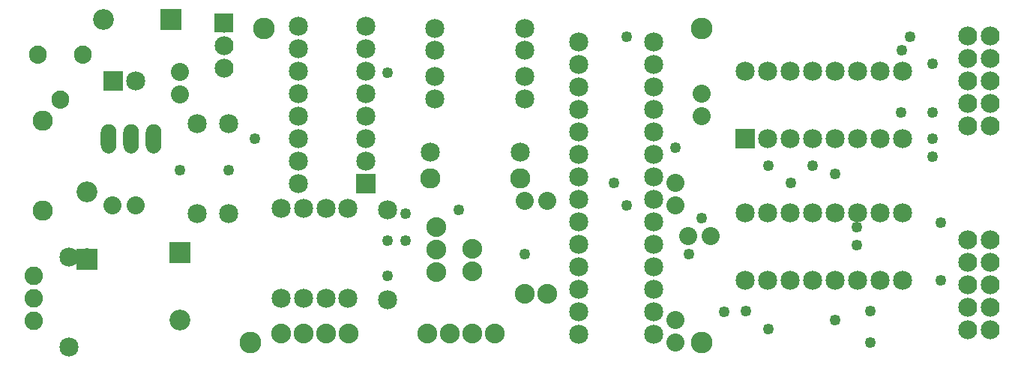
<source format=gts>
G04 MADE WITH FRITZING*
G04 WWW.FRITZING.ORG*
G04 DOUBLE SIDED*
G04 HOLES PLATED*
G04 CONTOUR ON CENTER OF CONTOUR VECTOR*
%ASAXBY*%
%FSLAX23Y23*%
%MOIN*%
%OFA0B0*%
%SFA1.0B1.0*%
%ADD10C,0.049370*%
%ADD11C,0.080000*%
%ADD12C,0.088000*%
%ADD13C,0.085000*%
%ADD14C,0.084000*%
%ADD15C,0.092000*%
%ADD16C,0.070000*%
%ADD17C,0.090000*%
%ADD18C,0.081889*%
%ADD19C,0.081917*%
%ADD20C,0.096614*%
%ADD21R,0.085000X0.085000*%
%ADD22R,0.010150X0.010150*%
%ADD23R,0.092000X0.092000*%
%ADD24C,0.030000*%
%ADD25R,0.001000X0.001000*%
%LNMASK1*%
G90*
G70*
G54D10*
X1686Y1277D03*
X2296Y470D03*
X1095Y982D03*
X977Y844D03*
X760Y844D03*
X3674Y825D03*
X2749Y1435D03*
X2749Y687D03*
X3182Y214D03*
X3083Y628D03*
X3477Y785D03*
X2965Y943D03*
X3379Y136D03*
X3674Y175D03*
X1764Y648D03*
X1764Y529D03*
X1686Y529D03*
X3969Y1100D03*
X3024Y470D03*
X2001Y667D03*
X2690Y785D03*
X1686Y372D03*
X4107Y1317D03*
G54D11*
X3022Y549D03*
X3123Y549D03*
X3083Y1081D03*
X3083Y1181D03*
G54D12*
X1512Y116D03*
X1412Y116D03*
X1312Y116D03*
X1212Y116D03*
X2396Y293D03*
X2296Y293D03*
X2060Y492D03*
X2060Y392D03*
X1902Y588D03*
X1902Y488D03*
X1902Y388D03*
G54D13*
X1876Y923D03*
X2276Y923D03*
X977Y1048D03*
X977Y648D03*
G54D12*
X1860Y116D03*
X1960Y116D03*
X2060Y116D03*
X2160Y116D03*
G54D13*
X2867Y113D03*
X2867Y213D03*
X2867Y313D03*
X2867Y413D03*
X2867Y513D03*
X2867Y613D03*
X2867Y713D03*
X2867Y813D03*
X2867Y913D03*
X2867Y1013D03*
X2867Y1113D03*
X2867Y1213D03*
X2867Y1313D03*
X2534Y1413D03*
X2534Y1313D03*
X2534Y1213D03*
X2534Y1113D03*
X2534Y1013D03*
X2534Y913D03*
X2534Y813D03*
X2534Y713D03*
X2534Y613D03*
X2534Y513D03*
X2534Y413D03*
X2534Y313D03*
X2534Y213D03*
X2534Y113D03*
X2867Y1413D03*
X2867Y113D03*
X2867Y213D03*
X2867Y313D03*
X2867Y413D03*
X2867Y513D03*
X2867Y613D03*
X2867Y713D03*
X2867Y813D03*
X2867Y913D03*
X2867Y1013D03*
X2867Y1113D03*
X2867Y1213D03*
X2867Y1313D03*
X2534Y1413D03*
X2534Y1313D03*
X2534Y1213D03*
X2534Y1113D03*
X2534Y1013D03*
X2534Y913D03*
X2534Y813D03*
X2534Y713D03*
X2534Y613D03*
X2534Y513D03*
X2534Y413D03*
X2534Y313D03*
X2534Y213D03*
X2534Y113D03*
X2867Y1413D03*
G54D14*
X957Y1497D03*
X957Y1397D03*
X957Y1297D03*
X957Y1497D03*
X957Y1397D03*
X957Y1297D03*
G54D13*
X1587Y781D03*
X1287Y781D03*
X1587Y881D03*
X1287Y881D03*
X1587Y981D03*
X1287Y981D03*
X1587Y1081D03*
X1287Y1081D03*
X1587Y1181D03*
X1287Y1181D03*
X1587Y1281D03*
X1287Y1281D03*
X1587Y1381D03*
X1287Y1381D03*
X1587Y1481D03*
X1287Y1481D03*
X3274Y352D03*
X3274Y652D03*
X3374Y352D03*
X3374Y652D03*
X3474Y352D03*
X3474Y652D03*
X3574Y352D03*
X3574Y652D03*
X3674Y352D03*
X3674Y652D03*
X3774Y352D03*
X3774Y652D03*
X3874Y352D03*
X3874Y652D03*
X3974Y352D03*
X3974Y652D03*
X3274Y982D03*
X3274Y1282D03*
X3374Y982D03*
X3374Y1282D03*
X3474Y982D03*
X3474Y1282D03*
X3574Y982D03*
X3574Y1282D03*
X3674Y982D03*
X3674Y1282D03*
X3774Y982D03*
X3774Y1282D03*
X3874Y982D03*
X3874Y1282D03*
X3974Y982D03*
X3974Y1282D03*
G54D15*
X721Y1514D03*
X423Y1514D03*
G54D16*
X646Y982D03*
X546Y982D03*
X446Y982D03*
X646Y982D03*
X546Y982D03*
X446Y982D03*
G54D13*
X464Y1238D03*
X564Y1238D03*
G54D11*
X760Y1279D03*
X760Y1179D03*
G54D13*
X1213Y674D03*
X1213Y274D03*
X1312Y674D03*
X1312Y274D03*
X1410Y674D03*
X1410Y274D03*
X1508Y674D03*
X1508Y274D03*
X2296Y1159D03*
X1896Y1159D03*
X2296Y1258D03*
X1896Y1258D03*
X2296Y1376D03*
X1896Y1376D03*
X2296Y1474D03*
X1896Y1474D03*
G54D17*
X150Y1061D03*
X150Y661D03*
G54D13*
X839Y1048D03*
X839Y648D03*
G54D11*
X463Y687D03*
X564Y687D03*
G54D15*
X347Y448D03*
X347Y746D03*
G54D17*
X2276Y805D03*
X1876Y805D03*
G54D11*
X2396Y707D03*
X2296Y707D03*
X2965Y687D03*
X2965Y787D03*
G54D13*
X1686Y667D03*
X1686Y267D03*
G54D11*
X2965Y175D03*
X2965Y75D03*
G54D13*
X268Y457D03*
X268Y57D03*
G54D18*
X111Y172D03*
X111Y272D03*
G54D19*
X111Y372D03*
G54D14*
X4264Y533D03*
X4364Y533D03*
X4264Y433D03*
X4364Y433D03*
X4264Y333D03*
X4364Y333D03*
X4264Y233D03*
X4364Y233D03*
X4264Y133D03*
X4364Y133D03*
X4264Y533D03*
X4364Y533D03*
X4264Y433D03*
X4364Y433D03*
X4264Y333D03*
X4364Y333D03*
X4264Y233D03*
X4364Y233D03*
X4264Y133D03*
X4364Y133D03*
X4264Y1438D03*
X4364Y1438D03*
X4264Y1338D03*
X4364Y1338D03*
X4264Y1238D03*
X4364Y1238D03*
X4264Y1138D03*
X4364Y1138D03*
X4264Y1038D03*
X4364Y1038D03*
X4264Y1438D03*
X4364Y1438D03*
X4264Y1338D03*
X4364Y1338D03*
X4264Y1238D03*
X4364Y1238D03*
X4264Y1138D03*
X4364Y1138D03*
X4264Y1038D03*
X4364Y1038D03*
G54D10*
X4107Y982D03*
X4107Y1100D03*
X4008Y1435D03*
X4107Y903D03*
X3970Y1377D03*
X3379Y864D03*
X3575Y864D03*
X3279Y215D03*
X3831Y215D03*
X3831Y76D03*
X3772Y589D03*
X3772Y510D03*
X4146Y608D03*
X4146Y353D03*
G54D15*
X760Y475D03*
X760Y175D03*
G54D20*
X1075Y77D03*
X3083Y1474D03*
X1134Y1474D03*
X3083Y77D03*
G54D21*
X1587Y781D03*
G54D22*
X1287Y1080D03*
X1287Y1181D03*
X3573Y652D03*
G54D21*
X3274Y982D03*
G54D22*
X3573Y1282D03*
G54D23*
X722Y1514D03*
G54D21*
X464Y1238D03*
G54D23*
X347Y447D03*
X760Y475D03*
G54D24*
G36*
X3246Y380D02*
X3301Y380D01*
X3301Y325D01*
X3246Y325D01*
X3246Y380D01*
G37*
D02*
G54D25*
X915Y1539D02*
X998Y1539D01*
X915Y1538D02*
X998Y1538D01*
X915Y1537D02*
X998Y1537D01*
X915Y1536D02*
X998Y1536D01*
X915Y1535D02*
X998Y1535D01*
X915Y1534D02*
X998Y1534D01*
X915Y1533D02*
X998Y1533D01*
X915Y1532D02*
X998Y1532D01*
X915Y1531D02*
X998Y1531D01*
X915Y1530D02*
X998Y1530D01*
X915Y1529D02*
X998Y1529D01*
X915Y1528D02*
X998Y1528D01*
X915Y1527D02*
X998Y1527D01*
X915Y1526D02*
X998Y1526D01*
X915Y1525D02*
X998Y1525D01*
X915Y1524D02*
X998Y1524D01*
X915Y1523D02*
X998Y1523D01*
X915Y1522D02*
X998Y1522D01*
X915Y1521D02*
X998Y1521D01*
X915Y1520D02*
X998Y1520D01*
X915Y1519D02*
X998Y1519D01*
X915Y1518D02*
X998Y1518D01*
X915Y1517D02*
X998Y1517D01*
X915Y1516D02*
X998Y1516D01*
X915Y1515D02*
X998Y1515D01*
X915Y1514D02*
X998Y1514D01*
X915Y1513D02*
X998Y1513D01*
X915Y1512D02*
X998Y1512D01*
X915Y1511D02*
X951Y1511D01*
X962Y1511D02*
X998Y1511D01*
X915Y1510D02*
X949Y1510D01*
X964Y1510D02*
X998Y1510D01*
X915Y1509D02*
X947Y1509D01*
X966Y1509D02*
X998Y1509D01*
X915Y1508D02*
X946Y1508D01*
X967Y1508D02*
X998Y1508D01*
X915Y1507D02*
X945Y1507D01*
X968Y1507D02*
X998Y1507D01*
X915Y1506D02*
X944Y1506D01*
X969Y1506D02*
X998Y1506D01*
X915Y1505D02*
X944Y1505D01*
X970Y1505D02*
X998Y1505D01*
X915Y1504D02*
X943Y1504D01*
X970Y1504D02*
X998Y1504D01*
X915Y1503D02*
X943Y1503D01*
X971Y1503D02*
X998Y1503D01*
X915Y1502D02*
X942Y1502D01*
X971Y1502D02*
X998Y1502D01*
X915Y1501D02*
X942Y1501D01*
X971Y1501D02*
X998Y1501D01*
X915Y1500D02*
X942Y1500D01*
X972Y1500D02*
X998Y1500D01*
X915Y1499D02*
X942Y1499D01*
X972Y1499D02*
X998Y1499D01*
X915Y1498D02*
X942Y1498D01*
X972Y1498D02*
X998Y1498D01*
X915Y1497D02*
X942Y1497D01*
X972Y1497D02*
X998Y1497D01*
X915Y1496D02*
X942Y1496D01*
X972Y1496D02*
X998Y1496D01*
X915Y1495D02*
X942Y1495D01*
X972Y1495D02*
X998Y1495D01*
X915Y1494D02*
X942Y1494D01*
X972Y1494D02*
X998Y1494D01*
X915Y1493D02*
X942Y1493D01*
X971Y1493D02*
X998Y1493D01*
X915Y1492D02*
X942Y1492D01*
X971Y1492D02*
X998Y1492D01*
X915Y1491D02*
X943Y1491D01*
X971Y1491D02*
X998Y1491D01*
X915Y1490D02*
X943Y1490D01*
X970Y1490D02*
X998Y1490D01*
X915Y1489D02*
X944Y1489D01*
X969Y1489D02*
X998Y1489D01*
X915Y1488D02*
X945Y1488D01*
X969Y1488D02*
X998Y1488D01*
X915Y1487D02*
X946Y1487D01*
X968Y1487D02*
X998Y1487D01*
X915Y1486D02*
X947Y1486D01*
X967Y1486D02*
X998Y1486D01*
X915Y1485D02*
X948Y1485D01*
X965Y1485D02*
X998Y1485D01*
X915Y1484D02*
X950Y1484D01*
X964Y1484D02*
X998Y1484D01*
X915Y1483D02*
X952Y1483D01*
X961Y1483D02*
X998Y1483D01*
X915Y1482D02*
X998Y1482D01*
X915Y1481D02*
X998Y1481D01*
X915Y1480D02*
X998Y1480D01*
X915Y1479D02*
X998Y1479D01*
X915Y1478D02*
X998Y1478D01*
X915Y1477D02*
X998Y1477D01*
X915Y1476D02*
X998Y1476D01*
X915Y1475D02*
X998Y1475D01*
X915Y1474D02*
X998Y1474D01*
X915Y1473D02*
X998Y1473D01*
X915Y1472D02*
X998Y1472D01*
X915Y1471D02*
X998Y1471D01*
X915Y1470D02*
X998Y1470D01*
X915Y1469D02*
X998Y1469D01*
X915Y1468D02*
X998Y1468D01*
X915Y1467D02*
X998Y1467D01*
X915Y1466D02*
X998Y1466D01*
X915Y1465D02*
X998Y1465D01*
X915Y1464D02*
X998Y1464D01*
X915Y1463D02*
X998Y1463D01*
X915Y1462D02*
X998Y1462D01*
X915Y1461D02*
X998Y1461D01*
X915Y1460D02*
X998Y1460D01*
X915Y1459D02*
X998Y1459D01*
X915Y1458D02*
X998Y1458D01*
X915Y1457D02*
X998Y1457D01*
X915Y1456D02*
X998Y1456D01*
X126Y1396D02*
X134Y1396D01*
X326Y1396D02*
X334Y1396D01*
X121Y1395D02*
X139Y1395D01*
X321Y1395D02*
X339Y1395D01*
X117Y1394D02*
X143Y1394D01*
X317Y1394D02*
X343Y1394D01*
X115Y1393D02*
X145Y1393D01*
X315Y1393D02*
X345Y1393D01*
X113Y1392D02*
X147Y1392D01*
X313Y1392D02*
X347Y1392D01*
X111Y1391D02*
X149Y1391D01*
X311Y1391D02*
X349Y1391D01*
X109Y1390D02*
X151Y1390D01*
X309Y1390D02*
X351Y1390D01*
X108Y1389D02*
X152Y1389D01*
X308Y1389D02*
X352Y1389D01*
X106Y1388D02*
X154Y1388D01*
X306Y1388D02*
X354Y1388D01*
X105Y1387D02*
X155Y1387D01*
X305Y1387D02*
X355Y1387D01*
X104Y1386D02*
X156Y1386D01*
X304Y1386D02*
X356Y1386D01*
X103Y1385D02*
X157Y1385D01*
X303Y1385D02*
X357Y1385D01*
X102Y1384D02*
X158Y1384D01*
X302Y1384D02*
X358Y1384D01*
X101Y1383D02*
X159Y1383D01*
X301Y1383D02*
X359Y1383D01*
X100Y1382D02*
X160Y1382D01*
X300Y1382D02*
X360Y1382D01*
X99Y1381D02*
X161Y1381D01*
X299Y1381D02*
X361Y1381D01*
X98Y1380D02*
X162Y1380D01*
X298Y1380D02*
X362Y1380D01*
X98Y1379D02*
X162Y1379D01*
X298Y1379D02*
X362Y1379D01*
X97Y1378D02*
X163Y1378D01*
X297Y1378D02*
X363Y1378D01*
X96Y1377D02*
X164Y1377D01*
X296Y1377D02*
X364Y1377D01*
X96Y1376D02*
X164Y1376D01*
X296Y1376D02*
X364Y1376D01*
X95Y1375D02*
X165Y1375D01*
X295Y1375D02*
X365Y1375D01*
X95Y1374D02*
X165Y1374D01*
X295Y1374D02*
X365Y1374D01*
X94Y1373D02*
X166Y1373D01*
X294Y1373D02*
X366Y1373D01*
X94Y1372D02*
X166Y1372D01*
X294Y1372D02*
X366Y1372D01*
X93Y1371D02*
X167Y1371D01*
X293Y1371D02*
X367Y1371D01*
X93Y1370D02*
X167Y1370D01*
X293Y1370D02*
X367Y1370D01*
X93Y1369D02*
X167Y1369D01*
X293Y1369D02*
X367Y1369D01*
X92Y1368D02*
X168Y1368D01*
X292Y1368D02*
X368Y1368D01*
X92Y1367D02*
X168Y1367D01*
X292Y1367D02*
X368Y1367D01*
X92Y1366D02*
X168Y1366D01*
X292Y1366D02*
X368Y1366D01*
X92Y1365D02*
X168Y1365D01*
X292Y1365D02*
X368Y1365D01*
X91Y1364D02*
X169Y1364D01*
X291Y1364D02*
X369Y1364D01*
X91Y1363D02*
X169Y1363D01*
X291Y1363D02*
X369Y1363D01*
X91Y1362D02*
X169Y1362D01*
X291Y1362D02*
X369Y1362D01*
X91Y1361D02*
X169Y1361D01*
X291Y1361D02*
X369Y1361D01*
X91Y1360D02*
X169Y1360D01*
X291Y1360D02*
X369Y1360D01*
X91Y1359D02*
X169Y1359D01*
X291Y1359D02*
X369Y1359D01*
X91Y1358D02*
X169Y1358D01*
X291Y1358D02*
X369Y1358D01*
X91Y1357D02*
X169Y1357D01*
X291Y1357D02*
X369Y1357D01*
X91Y1356D02*
X169Y1356D01*
X291Y1356D02*
X369Y1356D01*
X91Y1355D02*
X169Y1355D01*
X291Y1355D02*
X369Y1355D01*
X91Y1354D02*
X169Y1354D01*
X291Y1354D02*
X369Y1354D01*
X91Y1353D02*
X169Y1353D01*
X291Y1353D02*
X369Y1353D01*
X91Y1352D02*
X169Y1352D01*
X291Y1352D02*
X369Y1352D01*
X91Y1351D02*
X169Y1351D01*
X291Y1351D02*
X369Y1351D01*
X91Y1350D02*
X169Y1350D01*
X291Y1350D02*
X369Y1350D01*
X91Y1349D02*
X169Y1349D01*
X291Y1349D02*
X369Y1349D01*
X91Y1348D02*
X169Y1348D01*
X291Y1348D02*
X369Y1348D01*
X92Y1347D02*
X168Y1347D01*
X292Y1347D02*
X368Y1347D01*
X92Y1346D02*
X168Y1346D01*
X292Y1346D02*
X368Y1346D01*
X92Y1345D02*
X168Y1345D01*
X292Y1345D02*
X368Y1345D01*
X93Y1344D02*
X168Y1344D01*
X292Y1344D02*
X368Y1344D01*
X93Y1343D02*
X167Y1343D01*
X293Y1343D02*
X367Y1343D01*
X93Y1342D02*
X167Y1342D01*
X293Y1342D02*
X367Y1342D01*
X94Y1341D02*
X166Y1341D01*
X294Y1341D02*
X366Y1341D01*
X94Y1340D02*
X166Y1340D01*
X294Y1340D02*
X366Y1340D01*
X95Y1339D02*
X166Y1339D01*
X294Y1339D02*
X365Y1339D01*
X95Y1338D02*
X165Y1338D01*
X295Y1338D02*
X365Y1338D01*
X96Y1337D02*
X164Y1337D01*
X296Y1337D02*
X364Y1337D01*
X96Y1336D02*
X164Y1336D01*
X296Y1336D02*
X364Y1336D01*
X97Y1335D02*
X163Y1335D01*
X297Y1335D02*
X363Y1335D01*
X97Y1334D02*
X163Y1334D01*
X297Y1334D02*
X363Y1334D01*
X98Y1333D02*
X162Y1333D01*
X298Y1333D02*
X362Y1333D01*
X99Y1332D02*
X161Y1332D01*
X299Y1332D02*
X361Y1332D01*
X100Y1331D02*
X160Y1331D01*
X300Y1331D02*
X360Y1331D01*
X100Y1330D02*
X160Y1330D01*
X300Y1330D02*
X360Y1330D01*
X101Y1329D02*
X159Y1329D01*
X301Y1329D02*
X359Y1329D01*
X102Y1328D02*
X158Y1328D01*
X302Y1328D02*
X358Y1328D01*
X103Y1327D02*
X157Y1327D01*
X303Y1327D02*
X357Y1327D01*
X105Y1326D02*
X156Y1326D01*
X304Y1326D02*
X356Y1326D01*
X106Y1325D02*
X154Y1325D01*
X306Y1325D02*
X354Y1325D01*
X107Y1324D02*
X153Y1324D01*
X307Y1324D02*
X353Y1324D01*
X109Y1323D02*
X152Y1323D01*
X308Y1323D02*
X351Y1323D01*
X110Y1322D02*
X150Y1322D01*
X310Y1322D02*
X350Y1322D01*
X112Y1321D02*
X148Y1321D01*
X312Y1321D02*
X348Y1321D01*
X114Y1320D02*
X146Y1320D01*
X314Y1320D02*
X346Y1320D01*
X116Y1319D02*
X144Y1319D01*
X316Y1319D02*
X344Y1319D01*
X119Y1318D02*
X141Y1318D01*
X319Y1318D02*
X341Y1318D01*
X124Y1317D02*
X136Y1317D01*
X324Y1317D02*
X336Y1317D01*
X226Y1196D02*
X234Y1196D01*
X221Y1195D02*
X239Y1195D01*
X217Y1194D02*
X243Y1194D01*
X215Y1193D02*
X245Y1193D01*
X213Y1192D02*
X248Y1192D01*
X211Y1191D02*
X249Y1191D01*
X209Y1190D02*
X251Y1190D01*
X208Y1189D02*
X252Y1189D01*
X206Y1188D02*
X254Y1188D01*
X205Y1187D02*
X255Y1187D01*
X204Y1186D02*
X256Y1186D01*
X203Y1185D02*
X257Y1185D01*
X202Y1184D02*
X258Y1184D01*
X201Y1183D02*
X259Y1183D01*
X200Y1182D02*
X260Y1182D01*
X199Y1181D02*
X261Y1181D01*
X198Y1180D02*
X262Y1180D01*
X198Y1179D02*
X262Y1179D01*
X197Y1178D02*
X263Y1178D01*
X196Y1177D02*
X264Y1177D01*
X196Y1176D02*
X264Y1176D01*
X195Y1175D02*
X265Y1175D01*
X195Y1174D02*
X265Y1174D01*
X194Y1173D02*
X266Y1173D01*
X194Y1172D02*
X266Y1172D01*
X193Y1171D02*
X267Y1171D01*
X193Y1170D02*
X267Y1170D01*
X193Y1169D02*
X267Y1169D01*
X192Y1168D02*
X268Y1168D01*
X192Y1167D02*
X268Y1167D01*
X192Y1166D02*
X268Y1166D01*
X192Y1165D02*
X268Y1165D01*
X191Y1164D02*
X269Y1164D01*
X191Y1163D02*
X269Y1163D01*
X191Y1162D02*
X269Y1162D01*
X191Y1161D02*
X269Y1161D01*
X191Y1160D02*
X269Y1160D01*
X191Y1159D02*
X269Y1159D01*
X191Y1158D02*
X269Y1158D01*
X191Y1157D02*
X269Y1157D01*
X191Y1156D02*
X269Y1156D01*
X191Y1155D02*
X269Y1155D01*
X191Y1154D02*
X269Y1154D01*
X191Y1153D02*
X269Y1153D01*
X191Y1152D02*
X269Y1152D01*
X191Y1151D02*
X269Y1151D01*
X191Y1150D02*
X269Y1150D01*
X191Y1149D02*
X269Y1149D01*
X191Y1148D02*
X269Y1148D01*
X192Y1147D02*
X268Y1147D01*
X192Y1146D02*
X268Y1146D01*
X192Y1145D02*
X268Y1145D01*
X193Y1144D02*
X268Y1144D01*
X193Y1143D02*
X267Y1143D01*
X193Y1142D02*
X267Y1142D01*
X194Y1141D02*
X266Y1141D01*
X194Y1140D02*
X266Y1140D01*
X195Y1139D02*
X265Y1139D01*
X195Y1138D02*
X265Y1138D01*
X196Y1137D02*
X264Y1137D01*
X196Y1136D02*
X264Y1136D01*
X197Y1135D02*
X263Y1135D01*
X197Y1134D02*
X263Y1134D01*
X198Y1133D02*
X262Y1133D01*
X199Y1132D02*
X261Y1132D01*
X200Y1131D02*
X260Y1131D01*
X201Y1130D02*
X260Y1130D01*
X201Y1129D02*
X259Y1129D01*
X202Y1128D02*
X258Y1128D01*
X203Y1127D02*
X257Y1127D01*
X205Y1126D02*
X255Y1126D01*
X206Y1125D02*
X254Y1125D01*
X207Y1124D02*
X253Y1124D01*
X209Y1123D02*
X251Y1123D01*
X210Y1122D02*
X250Y1122D01*
X212Y1121D02*
X248Y1121D01*
X214Y1120D02*
X246Y1120D01*
X216Y1119D02*
X244Y1119D01*
X219Y1118D02*
X241Y1118D01*
X224Y1117D02*
X236Y1117D01*
X441Y1047D02*
X449Y1047D01*
X541Y1047D02*
X549Y1047D01*
X641Y1047D02*
X649Y1047D01*
X436Y1046D02*
X454Y1046D01*
X536Y1046D02*
X554Y1046D01*
X636Y1046D02*
X654Y1046D01*
X433Y1045D02*
X457Y1045D01*
X533Y1045D02*
X557Y1045D01*
X633Y1045D02*
X657Y1045D01*
X431Y1044D02*
X459Y1044D01*
X531Y1044D02*
X559Y1044D01*
X631Y1044D02*
X659Y1044D01*
X429Y1043D02*
X461Y1043D01*
X529Y1043D02*
X561Y1043D01*
X629Y1043D02*
X661Y1043D01*
X427Y1042D02*
X463Y1042D01*
X527Y1042D02*
X563Y1042D01*
X627Y1042D02*
X663Y1042D01*
X425Y1041D02*
X464Y1041D01*
X525Y1041D02*
X564Y1041D01*
X625Y1041D02*
X664Y1041D01*
X424Y1040D02*
X466Y1040D01*
X524Y1040D02*
X566Y1040D01*
X624Y1040D02*
X666Y1040D01*
X423Y1039D02*
X467Y1039D01*
X523Y1039D02*
X567Y1039D01*
X623Y1039D02*
X667Y1039D01*
X422Y1038D02*
X468Y1038D01*
X522Y1038D02*
X568Y1038D01*
X622Y1038D02*
X668Y1038D01*
X421Y1037D02*
X469Y1037D01*
X521Y1037D02*
X569Y1037D01*
X621Y1037D02*
X669Y1037D01*
X420Y1036D02*
X470Y1036D01*
X520Y1036D02*
X570Y1036D01*
X620Y1036D02*
X670Y1036D01*
X419Y1035D02*
X471Y1035D01*
X519Y1035D02*
X571Y1035D01*
X619Y1035D02*
X671Y1035D01*
X418Y1034D02*
X472Y1034D01*
X518Y1034D02*
X572Y1034D01*
X618Y1034D02*
X672Y1034D01*
X417Y1033D02*
X473Y1033D01*
X517Y1033D02*
X573Y1033D01*
X617Y1033D02*
X673Y1033D01*
X417Y1032D02*
X473Y1032D01*
X517Y1032D02*
X573Y1032D01*
X617Y1032D02*
X673Y1032D01*
X416Y1031D02*
X474Y1031D01*
X516Y1031D02*
X574Y1031D01*
X616Y1031D02*
X674Y1031D01*
X415Y1030D02*
X475Y1030D01*
X515Y1030D02*
X575Y1030D01*
X615Y1030D02*
X675Y1030D01*
X415Y1029D02*
X475Y1029D01*
X515Y1029D02*
X575Y1029D01*
X615Y1029D02*
X675Y1029D01*
X414Y1028D02*
X476Y1028D01*
X514Y1028D02*
X576Y1028D01*
X614Y1028D02*
X676Y1028D01*
X414Y1027D02*
X476Y1027D01*
X514Y1027D02*
X576Y1027D01*
X614Y1027D02*
X676Y1027D01*
X413Y1026D02*
X477Y1026D01*
X513Y1026D02*
X577Y1026D01*
X613Y1026D02*
X677Y1026D01*
X413Y1025D02*
X477Y1025D01*
X513Y1025D02*
X577Y1025D01*
X613Y1025D02*
X677Y1025D01*
X413Y1024D02*
X477Y1024D01*
X513Y1024D02*
X577Y1024D01*
X613Y1024D02*
X677Y1024D01*
X412Y1023D02*
X478Y1023D01*
X512Y1023D02*
X578Y1023D01*
X612Y1023D02*
X678Y1023D01*
X412Y1022D02*
X478Y1022D01*
X512Y1022D02*
X578Y1022D01*
X612Y1022D02*
X678Y1022D01*
X412Y1021D02*
X478Y1021D01*
X512Y1021D02*
X578Y1021D01*
X612Y1021D02*
X678Y1021D01*
X411Y1020D02*
X479Y1020D01*
X511Y1020D02*
X579Y1020D01*
X611Y1020D02*
X678Y1020D01*
X411Y1019D02*
X479Y1019D01*
X511Y1019D02*
X579Y1019D01*
X611Y1019D02*
X679Y1019D01*
X411Y1018D02*
X479Y1018D01*
X511Y1018D02*
X579Y1018D01*
X611Y1018D02*
X679Y1018D01*
X411Y1017D02*
X479Y1017D01*
X511Y1017D02*
X579Y1017D01*
X611Y1017D02*
X679Y1017D01*
X411Y1016D02*
X479Y1016D01*
X511Y1016D02*
X579Y1016D01*
X611Y1016D02*
X679Y1016D01*
X411Y1015D02*
X479Y1015D01*
X511Y1015D02*
X579Y1015D01*
X611Y1015D02*
X679Y1015D01*
X411Y1014D02*
X479Y1014D01*
X511Y1014D02*
X579Y1014D01*
X611Y1014D02*
X679Y1014D01*
X410Y1013D02*
X479Y1013D01*
X510Y1013D02*
X579Y1013D01*
X610Y1013D02*
X679Y1013D01*
X410Y1012D02*
X479Y1012D01*
X510Y1012D02*
X579Y1012D01*
X610Y1012D02*
X679Y1012D01*
X410Y1011D02*
X479Y1011D01*
X510Y1011D02*
X579Y1011D01*
X610Y1011D02*
X679Y1011D01*
X410Y1010D02*
X479Y1010D01*
X510Y1010D02*
X579Y1010D01*
X610Y1010D02*
X679Y1010D01*
X410Y1009D02*
X479Y1009D01*
X510Y1009D02*
X579Y1009D01*
X610Y1009D02*
X679Y1009D01*
X410Y1008D02*
X479Y1008D01*
X510Y1008D02*
X579Y1008D01*
X610Y1008D02*
X679Y1008D01*
X410Y1007D02*
X479Y1007D01*
X510Y1007D02*
X579Y1007D01*
X610Y1007D02*
X679Y1007D01*
X410Y1006D02*
X479Y1006D01*
X510Y1006D02*
X579Y1006D01*
X610Y1006D02*
X679Y1006D01*
X410Y1005D02*
X479Y1005D01*
X510Y1005D02*
X579Y1005D01*
X610Y1005D02*
X679Y1005D01*
X410Y1004D02*
X479Y1004D01*
X510Y1004D02*
X579Y1004D01*
X610Y1004D02*
X679Y1004D01*
X410Y1003D02*
X479Y1003D01*
X510Y1003D02*
X579Y1003D01*
X610Y1003D02*
X679Y1003D01*
X410Y1002D02*
X479Y1002D01*
X510Y1002D02*
X579Y1002D01*
X610Y1002D02*
X679Y1002D01*
X410Y1001D02*
X479Y1001D01*
X510Y1001D02*
X579Y1001D01*
X610Y1001D02*
X679Y1001D01*
X410Y1000D02*
X479Y1000D01*
X510Y1000D02*
X579Y1000D01*
X610Y1000D02*
X679Y1000D01*
X410Y999D02*
X479Y999D01*
X510Y999D02*
X579Y999D01*
X610Y999D02*
X679Y999D01*
X410Y998D02*
X479Y998D01*
X510Y998D02*
X579Y998D01*
X610Y998D02*
X679Y998D01*
X410Y997D02*
X441Y997D01*
X449Y997D02*
X479Y997D01*
X510Y997D02*
X541Y997D01*
X549Y997D02*
X579Y997D01*
X610Y997D02*
X641Y997D01*
X649Y997D02*
X679Y997D01*
X410Y996D02*
X438Y996D01*
X452Y996D02*
X479Y996D01*
X510Y996D02*
X538Y996D01*
X552Y996D02*
X579Y996D01*
X610Y996D02*
X638Y996D01*
X652Y996D02*
X679Y996D01*
X410Y995D02*
X436Y995D01*
X454Y995D02*
X479Y995D01*
X510Y995D02*
X536Y995D01*
X554Y995D02*
X579Y995D01*
X610Y995D02*
X636Y995D01*
X654Y995D02*
X679Y995D01*
X410Y994D02*
X435Y994D01*
X455Y994D02*
X479Y994D01*
X510Y994D02*
X535Y994D01*
X555Y994D02*
X579Y994D01*
X610Y994D02*
X635Y994D01*
X655Y994D02*
X679Y994D01*
X410Y993D02*
X434Y993D01*
X456Y993D02*
X479Y993D01*
X510Y993D02*
X534Y993D01*
X556Y993D02*
X579Y993D01*
X610Y993D02*
X634Y993D01*
X656Y993D02*
X679Y993D01*
X410Y992D02*
X433Y992D01*
X457Y992D02*
X479Y992D01*
X510Y992D02*
X533Y992D01*
X557Y992D02*
X579Y992D01*
X610Y992D02*
X633Y992D01*
X657Y992D02*
X679Y992D01*
X410Y991D02*
X432Y991D01*
X458Y991D02*
X479Y991D01*
X510Y991D02*
X532Y991D01*
X558Y991D02*
X579Y991D01*
X610Y991D02*
X632Y991D01*
X658Y991D02*
X679Y991D01*
X410Y990D02*
X432Y990D01*
X458Y990D02*
X479Y990D01*
X510Y990D02*
X531Y990D01*
X558Y990D02*
X579Y990D01*
X610Y990D02*
X631Y990D01*
X658Y990D02*
X679Y990D01*
X410Y989D02*
X431Y989D01*
X459Y989D02*
X479Y989D01*
X510Y989D02*
X531Y989D01*
X559Y989D02*
X579Y989D01*
X610Y989D02*
X631Y989D01*
X659Y989D02*
X679Y989D01*
X410Y988D02*
X430Y988D01*
X459Y988D02*
X479Y988D01*
X510Y988D02*
X530Y988D01*
X559Y988D02*
X579Y988D01*
X610Y988D02*
X630Y988D01*
X659Y988D02*
X679Y988D01*
X410Y987D02*
X430Y987D01*
X460Y987D02*
X479Y987D01*
X510Y987D02*
X530Y987D01*
X560Y987D02*
X579Y987D01*
X610Y987D02*
X630Y987D01*
X660Y987D02*
X679Y987D01*
X410Y986D02*
X430Y986D01*
X460Y986D02*
X479Y986D01*
X510Y986D02*
X530Y986D01*
X560Y986D02*
X579Y986D01*
X610Y986D02*
X630Y986D01*
X660Y986D02*
X679Y986D01*
X410Y985D02*
X430Y985D01*
X460Y985D02*
X479Y985D01*
X510Y985D02*
X530Y985D01*
X560Y985D02*
X579Y985D01*
X610Y985D02*
X630Y985D01*
X660Y985D02*
X679Y985D01*
X410Y984D02*
X430Y984D01*
X460Y984D02*
X479Y984D01*
X510Y984D02*
X530Y984D01*
X560Y984D02*
X579Y984D01*
X610Y984D02*
X630Y984D01*
X660Y984D02*
X679Y984D01*
X410Y983D02*
X430Y983D01*
X460Y983D02*
X479Y983D01*
X510Y983D02*
X529Y983D01*
X560Y983D02*
X579Y983D01*
X610Y983D02*
X629Y983D01*
X660Y983D02*
X679Y983D01*
X410Y982D02*
X429Y982D01*
X460Y982D02*
X479Y982D01*
X510Y982D02*
X529Y982D01*
X560Y982D02*
X579Y982D01*
X610Y982D02*
X629Y982D01*
X660Y982D02*
X679Y982D01*
X410Y981D02*
X430Y981D01*
X460Y981D02*
X479Y981D01*
X510Y981D02*
X530Y981D01*
X560Y981D02*
X579Y981D01*
X610Y981D02*
X630Y981D01*
X660Y981D02*
X679Y981D01*
X410Y980D02*
X430Y980D01*
X460Y980D02*
X479Y980D01*
X510Y980D02*
X530Y980D01*
X560Y980D02*
X579Y980D01*
X610Y980D02*
X630Y980D01*
X660Y980D02*
X679Y980D01*
X410Y979D02*
X430Y979D01*
X460Y979D02*
X479Y979D01*
X510Y979D02*
X530Y979D01*
X560Y979D02*
X579Y979D01*
X610Y979D02*
X630Y979D01*
X660Y979D02*
X679Y979D01*
X410Y978D02*
X430Y978D01*
X460Y978D02*
X479Y978D01*
X510Y978D02*
X530Y978D01*
X560Y978D02*
X579Y978D01*
X610Y978D02*
X630Y978D01*
X660Y978D02*
X679Y978D01*
X410Y977D02*
X430Y977D01*
X459Y977D02*
X479Y977D01*
X510Y977D02*
X530Y977D01*
X559Y977D02*
X579Y977D01*
X610Y977D02*
X630Y977D01*
X659Y977D02*
X679Y977D01*
X410Y976D02*
X431Y976D01*
X459Y976D02*
X479Y976D01*
X510Y976D02*
X531Y976D01*
X559Y976D02*
X579Y976D01*
X610Y976D02*
X631Y976D01*
X659Y976D02*
X679Y976D01*
X410Y975D02*
X431Y975D01*
X459Y975D02*
X479Y975D01*
X510Y975D02*
X531Y975D01*
X558Y975D02*
X579Y975D01*
X610Y975D02*
X631Y975D01*
X658Y975D02*
X679Y975D01*
X410Y974D02*
X432Y974D01*
X458Y974D02*
X479Y974D01*
X510Y974D02*
X532Y974D01*
X558Y974D02*
X579Y974D01*
X610Y974D02*
X632Y974D01*
X658Y974D02*
X679Y974D01*
X410Y973D02*
X433Y973D01*
X457Y973D02*
X479Y973D01*
X510Y973D02*
X533Y973D01*
X557Y973D02*
X579Y973D01*
X610Y973D02*
X633Y973D01*
X657Y973D02*
X679Y973D01*
X410Y972D02*
X434Y972D01*
X456Y972D02*
X479Y972D01*
X510Y972D02*
X534Y972D01*
X556Y972D02*
X579Y972D01*
X610Y972D02*
X634Y972D01*
X656Y972D02*
X679Y972D01*
X410Y971D02*
X435Y971D01*
X455Y971D02*
X479Y971D01*
X510Y971D02*
X535Y971D01*
X555Y971D02*
X579Y971D01*
X610Y971D02*
X635Y971D01*
X655Y971D02*
X679Y971D01*
X410Y970D02*
X436Y970D01*
X454Y970D02*
X479Y970D01*
X510Y970D02*
X536Y970D01*
X554Y970D02*
X579Y970D01*
X610Y970D02*
X636Y970D01*
X654Y970D02*
X679Y970D01*
X410Y969D02*
X438Y969D01*
X452Y969D02*
X479Y969D01*
X510Y969D02*
X538Y969D01*
X552Y969D02*
X579Y969D01*
X610Y969D02*
X638Y969D01*
X652Y969D02*
X679Y969D01*
X410Y968D02*
X440Y968D01*
X450Y968D02*
X479Y968D01*
X510Y968D02*
X540Y968D01*
X550Y968D02*
X579Y968D01*
X610Y968D02*
X640Y968D01*
X650Y968D02*
X679Y968D01*
X410Y967D02*
X479Y967D01*
X510Y967D02*
X579Y967D01*
X610Y967D02*
X679Y967D01*
X410Y966D02*
X479Y966D01*
X510Y966D02*
X579Y966D01*
X610Y966D02*
X679Y966D01*
X410Y965D02*
X479Y965D01*
X510Y965D02*
X579Y965D01*
X610Y965D02*
X679Y965D01*
X410Y964D02*
X479Y964D01*
X510Y964D02*
X579Y964D01*
X610Y964D02*
X679Y964D01*
X410Y963D02*
X479Y963D01*
X510Y963D02*
X579Y963D01*
X610Y963D02*
X679Y963D01*
X410Y962D02*
X479Y962D01*
X510Y962D02*
X579Y962D01*
X610Y962D02*
X679Y962D01*
X410Y961D02*
X479Y961D01*
X510Y961D02*
X579Y961D01*
X610Y961D02*
X679Y961D01*
X410Y960D02*
X479Y960D01*
X510Y960D02*
X579Y960D01*
X610Y960D02*
X679Y960D01*
X410Y959D02*
X479Y959D01*
X510Y959D02*
X579Y959D01*
X610Y959D02*
X679Y959D01*
X410Y958D02*
X479Y958D01*
X510Y958D02*
X579Y958D01*
X610Y958D02*
X679Y958D01*
X410Y957D02*
X479Y957D01*
X510Y957D02*
X579Y957D01*
X610Y957D02*
X679Y957D01*
X410Y956D02*
X479Y956D01*
X510Y956D02*
X579Y956D01*
X610Y956D02*
X679Y956D01*
X410Y955D02*
X479Y955D01*
X510Y955D02*
X579Y955D01*
X610Y955D02*
X679Y955D01*
X410Y954D02*
X479Y954D01*
X510Y954D02*
X579Y954D01*
X610Y954D02*
X679Y954D01*
X410Y953D02*
X479Y953D01*
X510Y953D02*
X579Y953D01*
X610Y953D02*
X679Y953D01*
X410Y952D02*
X479Y952D01*
X510Y952D02*
X579Y952D01*
X610Y952D02*
X679Y952D01*
X411Y951D02*
X479Y951D01*
X511Y951D02*
X579Y951D01*
X610Y951D02*
X679Y951D01*
X411Y950D02*
X479Y950D01*
X511Y950D02*
X579Y950D01*
X611Y950D02*
X679Y950D01*
X411Y949D02*
X479Y949D01*
X511Y949D02*
X579Y949D01*
X611Y949D02*
X679Y949D01*
X411Y948D02*
X479Y948D01*
X511Y948D02*
X579Y948D01*
X611Y948D02*
X679Y948D01*
X411Y947D02*
X479Y947D01*
X511Y947D02*
X579Y947D01*
X611Y947D02*
X679Y947D01*
X411Y946D02*
X479Y946D01*
X511Y946D02*
X579Y946D01*
X611Y946D02*
X679Y946D01*
X411Y945D02*
X479Y945D01*
X511Y945D02*
X579Y945D01*
X611Y945D02*
X679Y945D01*
X412Y944D02*
X478Y944D01*
X512Y944D02*
X578Y944D01*
X612Y944D02*
X678Y944D01*
X412Y943D02*
X478Y943D01*
X512Y943D02*
X578Y943D01*
X612Y943D02*
X678Y943D01*
X412Y942D02*
X478Y942D01*
X512Y942D02*
X578Y942D01*
X612Y942D02*
X678Y942D01*
X412Y941D02*
X477Y941D01*
X512Y941D02*
X577Y941D01*
X612Y941D02*
X677Y941D01*
X413Y940D02*
X477Y940D01*
X513Y940D02*
X577Y940D01*
X613Y940D02*
X677Y940D01*
X413Y939D02*
X477Y939D01*
X513Y939D02*
X577Y939D01*
X613Y939D02*
X677Y939D01*
X414Y938D02*
X476Y938D01*
X514Y938D02*
X576Y938D01*
X614Y938D02*
X676Y938D01*
X414Y937D02*
X476Y937D01*
X514Y937D02*
X576Y937D01*
X614Y937D02*
X676Y937D01*
X415Y936D02*
X475Y936D01*
X515Y936D02*
X575Y936D01*
X615Y936D02*
X675Y936D01*
X415Y935D02*
X475Y935D01*
X515Y935D02*
X575Y935D01*
X615Y935D02*
X675Y935D01*
X416Y934D02*
X474Y934D01*
X516Y934D02*
X574Y934D01*
X616Y934D02*
X674Y934D01*
X416Y933D02*
X473Y933D01*
X516Y933D02*
X573Y933D01*
X616Y933D02*
X673Y933D01*
X417Y932D02*
X473Y932D01*
X517Y932D02*
X573Y932D01*
X617Y932D02*
X673Y932D01*
X418Y931D02*
X472Y931D01*
X518Y931D02*
X572Y931D01*
X618Y931D02*
X672Y931D01*
X419Y930D02*
X471Y930D01*
X519Y930D02*
X571Y930D01*
X619Y930D02*
X671Y930D01*
X419Y929D02*
X470Y929D01*
X519Y929D02*
X570Y929D01*
X619Y929D02*
X670Y929D01*
X420Y928D02*
X469Y928D01*
X520Y928D02*
X569Y928D01*
X620Y928D02*
X669Y928D01*
X421Y927D02*
X468Y927D01*
X521Y927D02*
X568Y927D01*
X621Y927D02*
X668Y927D01*
X423Y926D02*
X467Y926D01*
X523Y926D02*
X567Y926D01*
X623Y926D02*
X667Y926D01*
X424Y925D02*
X466Y925D01*
X524Y925D02*
X566Y925D01*
X624Y925D02*
X666Y925D01*
X425Y924D02*
X465Y924D01*
X525Y924D02*
X565Y924D01*
X625Y924D02*
X665Y924D01*
X427Y923D02*
X463Y923D01*
X527Y923D02*
X563Y923D01*
X627Y923D02*
X663Y923D01*
X428Y922D02*
X462Y922D01*
X528Y922D02*
X562Y922D01*
X628Y922D02*
X662Y922D01*
X430Y921D02*
X460Y921D01*
X530Y921D02*
X560Y921D01*
X630Y921D02*
X660Y921D01*
X433Y920D02*
X457Y920D01*
X533Y920D02*
X557Y920D01*
X633Y920D02*
X657Y920D01*
X435Y919D02*
X455Y919D01*
X535Y919D02*
X555Y919D01*
X635Y919D02*
X655Y919D01*
X439Y918D02*
X450Y918D01*
X539Y918D02*
X550Y918D01*
X639Y918D02*
X650Y918D01*
D02*
G04 End of Mask1*
M02*
</source>
